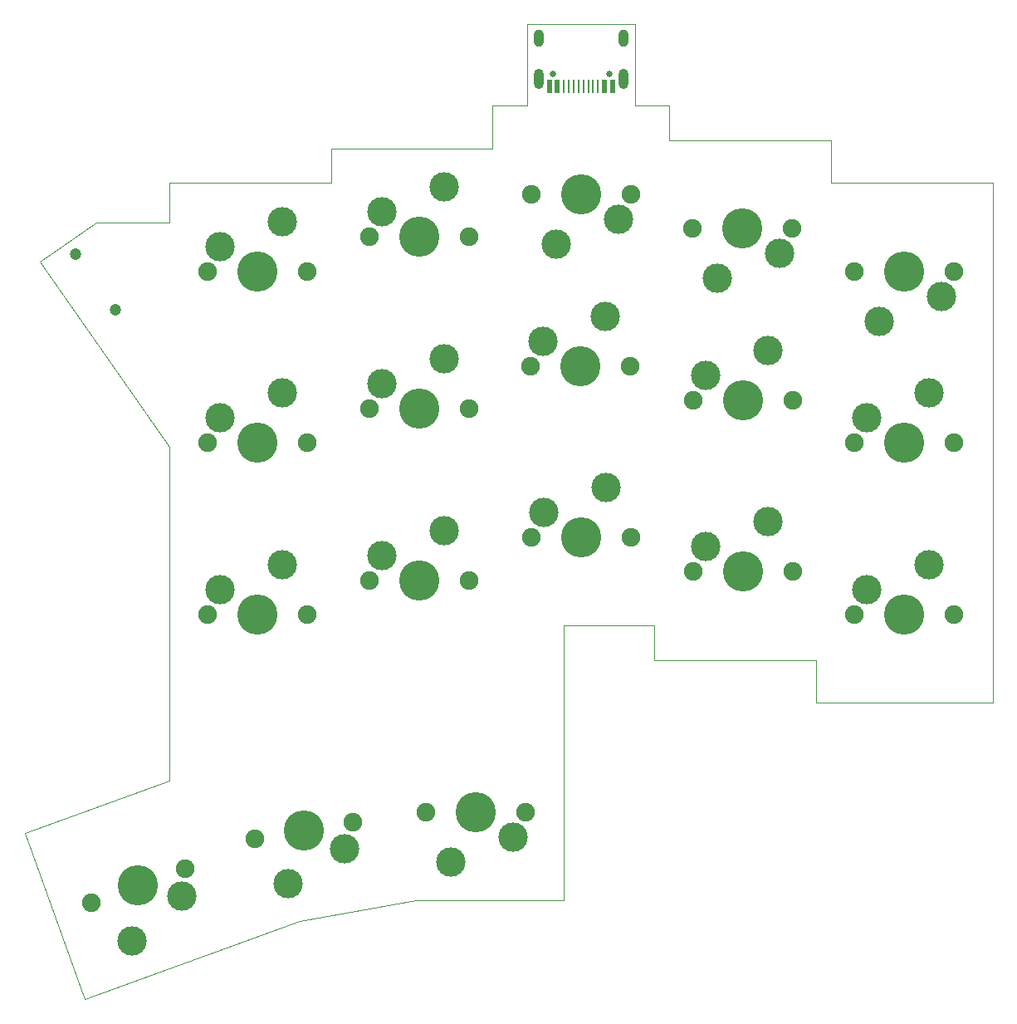
<source format=gts>
%TF.GenerationSoftware,KiCad,Pcbnew,(6.0.6)*%
%TF.CreationDate,2022-11-13T11:43:20+09:00*%
%TF.ProjectId,split-mini__right,73706c69-742d-46d6-996e-695f5f726967,rev?*%
%TF.SameCoordinates,Original*%
%TF.FileFunction,Soldermask,Top*%
%TF.FilePolarity,Negative*%
%FSLAX46Y46*%
G04 Gerber Fmt 4.6, Leading zero omitted, Abs format (unit mm)*
G04 Created by KiCad (PCBNEW (6.0.6)) date 2022-11-13 11:43:20*
%MOMM*%
%LPD*%
G01*
G04 APERTURE LIST*
%TA.AperFunction,Profile*%
%ADD10C,0.100000*%
%TD*%
%ADD11C,1.900000*%
%ADD12C,3.000000*%
%ADD13C,4.100000*%
%ADD14C,0.650000*%
%ADD15R,0.580000X1.400000*%
%ADD16R,0.280000X1.400000*%
%ADD17O,1.000000X1.800000*%
%ADD18O,1.000000X2.100000*%
%ADD19C,1.200000*%
G04 APERTURE END LIST*
D10*
X31862559Y-92361502D02*
X17138087Y-97720772D01*
X99362559Y-27072346D02*
X82862559Y-27072346D01*
X99362559Y-31447346D02*
X99362559Y-27072346D01*
X31862559Y-35447346D02*
X24406065Y-35447346D01*
X31862559Y-58300450D02*
X18672001Y-39462381D01*
X97862559Y-80072346D02*
X97862559Y-84447346D01*
X23294449Y-114635239D02*
X45197576Y-106663153D01*
X81362559Y-80072346D02*
X97862559Y-80072346D01*
X17138087Y-97720772D02*
X23294449Y-114635239D01*
X48362559Y-27947346D02*
X64862559Y-27947346D01*
X115862559Y-31447346D02*
X99362559Y-31447346D01*
X72137559Y-104572346D02*
X72137559Y-76572346D01*
X57055130Y-104572346D02*
X72137559Y-104572346D01*
X97862559Y-84447346D02*
X115862559Y-84447346D01*
X82862559Y-27072346D02*
X82862559Y-23572346D01*
X31862559Y-58300450D02*
X31862559Y-92361502D01*
X64862559Y-23572346D02*
X68362559Y-23572346D01*
X45197576Y-106663153D02*
X57055130Y-104572346D01*
X68362559Y-15272346D02*
X68362559Y-23572346D01*
X115862559Y-84447346D02*
X115862559Y-31447346D01*
X48362559Y-31447346D02*
X48362559Y-27947346D01*
X18672001Y-39462381D02*
X24406065Y-35447346D01*
X79362559Y-15272346D02*
X79362559Y-23572346D01*
X79362559Y-23572346D02*
X82862559Y-23572346D01*
X68362559Y-15272346D02*
X79362559Y-15272346D01*
X31862559Y-31447346D02*
X31862559Y-35447346D01*
X64862559Y-27947346D02*
X64862559Y-23572346D01*
X48362559Y-31447346D02*
X31862559Y-31447346D01*
X81362559Y-76572346D02*
X81362559Y-80072346D01*
X72137559Y-76572346D02*
X81362559Y-76572346D01*
D11*
%TO.C,SW15*%
X111920000Y-75430000D03*
D12*
X103030000Y-72890000D03*
D13*
X106840000Y-75430000D03*
D11*
X101760000Y-75430000D03*
D12*
X109380000Y-70350000D03*
%TD*%
D14*
%TO.C,J1*%
X76750000Y-20350000D03*
X70970000Y-20350000D03*
D15*
X77060000Y-21550000D03*
X76260000Y-21550000D03*
D16*
X75110000Y-21550000D03*
X74110000Y-21550000D03*
X73610000Y-21550000D03*
X72610000Y-21550000D03*
D15*
X71460000Y-21550000D03*
X70660000Y-21550000D03*
X70660000Y-21550000D03*
X71460000Y-21550000D03*
D16*
X72110000Y-21550000D03*
X73110000Y-21550000D03*
X74610000Y-21550000D03*
X75610000Y-21550000D03*
D15*
X76260000Y-21550000D03*
X77060000Y-21550000D03*
D17*
X69540000Y-16670000D03*
D18*
X78180000Y-20850000D03*
X69540000Y-20850000D03*
D17*
X78180000Y-16670000D03*
%TD*%
D11*
%TO.C,SW7*%
X52270000Y-54460000D03*
D12*
X53540000Y-51920000D03*
X59890000Y-49380000D03*
D11*
X62430000Y-54460000D03*
D13*
X57350000Y-54460000D03*
%TD*%
D11*
%TO.C,SW3*%
X78930000Y-32570000D03*
D12*
X77660000Y-35110000D03*
D11*
X68770000Y-32570000D03*
D13*
X73850000Y-32570000D03*
D12*
X71310000Y-37650000D03*
%TD*%
D11*
%TO.C,SW6*%
X45950000Y-57940000D03*
X35790000Y-57940000D03*
D12*
X37060000Y-55400000D03*
D13*
X40870000Y-57940000D03*
D12*
X43410000Y-52860000D03*
%TD*%
D11*
%TO.C,SW17*%
X40597177Y-98322133D03*
D12*
X49793184Y-99279812D03*
X43980721Y-102883890D03*
D13*
X45600000Y-97440000D03*
D11*
X50602823Y-96557867D03*
%TD*%
D12*
%TO.C,SW14*%
X86550000Y-68530000D03*
X92900000Y-65990000D03*
D11*
X95440000Y-71070000D03*
X85280000Y-71070000D03*
D13*
X90360000Y-71070000D03*
%TD*%
D12*
%TO.C,SW9*%
X86550000Y-51020000D03*
D13*
X90360000Y-53560000D03*
D12*
X92900000Y-48480000D03*
D11*
X95440000Y-53560000D03*
X85280000Y-53560000D03*
%TD*%
D12*
%TO.C,SW8*%
X70030000Y-47540000D03*
D13*
X73840000Y-50080000D03*
D11*
X78920000Y-50080000D03*
X68760000Y-50080000D03*
D12*
X76380000Y-45000000D03*
%TD*%
D19*
%TO.C,J2*%
X26369602Y-44396459D03*
X22354567Y-38662395D03*
%TD*%
D12*
%TO.C,SW10*%
X109390000Y-52860000D03*
D13*
X106850000Y-57940000D03*
D11*
X111930000Y-57940000D03*
D12*
X103040000Y-55400000D03*
D11*
X101770000Y-57940000D03*
%TD*%
%TO.C,SW11*%
X45930000Y-75440000D03*
D12*
X37040000Y-72900000D03*
D13*
X40850000Y-75440000D03*
D12*
X43390000Y-70360000D03*
D11*
X35770000Y-75440000D03*
%TD*%
%TO.C,SW1*%
X45940000Y-40440000D03*
D13*
X40860000Y-40440000D03*
D11*
X35780000Y-40440000D03*
D12*
X37050000Y-37900000D03*
X43400000Y-35360000D03*
%TD*%
%TO.C,SW12*%
X59900000Y-66870000D03*
D11*
X52280000Y-71950000D03*
X62440000Y-71950000D03*
D13*
X57360000Y-71950000D03*
D12*
X53550000Y-69410000D03*
%TD*%
D11*
%TO.C,SW5*%
X111930000Y-40440000D03*
D12*
X104310000Y-45520000D03*
X110660000Y-42980000D03*
D13*
X106850000Y-40440000D03*
D11*
X101770000Y-40440000D03*
%TD*%
%TO.C,SW2*%
X62470000Y-36930000D03*
D12*
X53580000Y-34390000D03*
D13*
X57390000Y-36930000D03*
D12*
X59930000Y-31850000D03*
D11*
X52310000Y-36930000D03*
%TD*%
D12*
%TO.C,SW13*%
X76390000Y-62500000D03*
D13*
X73850000Y-67580000D03*
D12*
X70040000Y-65040000D03*
D11*
X78930000Y-67580000D03*
X68770000Y-67580000D03*
%TD*%
%TO.C,SW16*%
X23916361Y-104807462D03*
D12*
X28040643Y-108712370D03*
D13*
X28690000Y-103070000D03*
D12*
X33138960Y-104153723D03*
D11*
X33463639Y-101332538D03*
%TD*%
%TO.C,SW4*%
X85270000Y-36070000D03*
X95430000Y-36070000D03*
D13*
X90350000Y-36070000D03*
D12*
X94160000Y-38610000D03*
X87810000Y-41150000D03*
%TD*%
D11*
%TO.C,SW18*%
X58060000Y-95560000D03*
X68220000Y-95560000D03*
D13*
X63140000Y-95560000D03*
D12*
X66950000Y-98100000D03*
X60600000Y-100640000D03*
%TD*%
M02*

</source>
